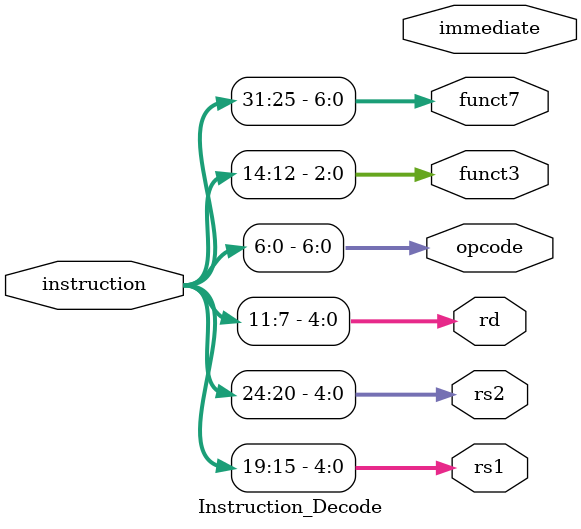
<source format=v>
module Instruction_Decode (
    input [31:0] instruction,
    output [4:0] rs1,
    output [4:0] rs2,
    output [4:0] rd,
    output [6:0] opcode,
    output [2:0] funct3,
    output [6:0] funct7,
    output [31:0] immediate
);
    assign opcode = instruction[6:0];
    assign rd = instruction[11:7];
    assign funct3 = instruction[14:12];
    assign rs1 = instruction[19:15];
    assign rs2 = instruction[24:20];
    assign funct7 = instruction[31:25];
    // 立即数生成在另一个模块中处理
endmodule
</source>
